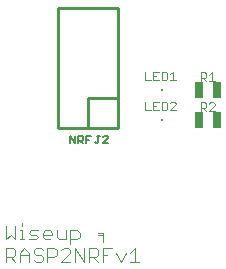
<source format=gto>
G75*
%MOIN*%
%OFA0B0*%
%FSLAX24Y24*%
%IPPOS*%
%LPD*%
%AMOC8*
5,1,8,0,0,1.08239X$1,22.5*
%
%ADD10C,0.0040*%
%ADD11R,0.0079X0.0079*%
%ADD12C,0.0020*%
%ADD13C,0.0100*%
%ADD14C,0.0050*%
%ADD15R,0.0256X0.0551*%
D10*
X001450Y001450D02*
X001450Y001910D01*
X001680Y001910D01*
X001757Y001834D01*
X001757Y001680D01*
X001680Y001603D01*
X001450Y001603D01*
X001603Y001603D02*
X001757Y001450D01*
X001910Y001450D02*
X001910Y001757D01*
X002064Y001910D01*
X002217Y001757D01*
X002217Y001450D01*
X002217Y001680D02*
X001910Y001680D01*
X002371Y001757D02*
X002448Y001680D01*
X002601Y001680D01*
X002678Y001603D01*
X002678Y001527D01*
X002601Y001450D01*
X002448Y001450D01*
X002371Y001527D01*
X002371Y001757D02*
X002371Y001834D01*
X002448Y001910D01*
X002601Y001910D01*
X002678Y001834D01*
X002831Y001910D02*
X003061Y001910D01*
X003138Y001834D01*
X003138Y001680D01*
X003061Y001603D01*
X002831Y001603D01*
X002831Y001450D02*
X002831Y001910D01*
X002754Y002200D02*
X002678Y002277D01*
X002678Y002430D01*
X002754Y002507D01*
X002908Y002507D01*
X002985Y002430D01*
X002985Y002353D01*
X002678Y002353D01*
X002754Y002200D02*
X002908Y002200D01*
X003138Y002277D02*
X003215Y002200D01*
X003445Y002200D01*
X003445Y002507D01*
X003598Y002507D02*
X003829Y002507D01*
X003905Y002430D01*
X003905Y002277D01*
X003829Y002200D01*
X003598Y002200D01*
X003598Y002047D02*
X003598Y002507D01*
X003138Y002507D02*
X003138Y002277D01*
X003368Y001910D02*
X003292Y001834D01*
X003368Y001910D02*
X003522Y001910D01*
X003598Y001834D01*
X003598Y001757D01*
X003292Y001450D01*
X003598Y001450D01*
X003752Y001450D02*
X003752Y001910D01*
X004059Y001450D01*
X004059Y001910D01*
X004212Y001910D02*
X004443Y001910D01*
X004519Y001834D01*
X004519Y001680D01*
X004443Y001603D01*
X004212Y001603D01*
X004212Y001450D02*
X004212Y001910D01*
X004366Y001603D02*
X004519Y001450D01*
X004673Y001450D02*
X004673Y001910D01*
X004980Y001910D01*
X005133Y001757D02*
X005287Y001450D01*
X005440Y001757D01*
X005594Y001757D02*
X005747Y001910D01*
X005747Y001450D01*
X005594Y001450D02*
X005900Y001450D01*
X004826Y001680D02*
X004673Y001680D01*
X004673Y002123D02*
X004673Y002430D01*
X004519Y002430D01*
X004519Y002353D02*
X004673Y002353D01*
X002524Y002277D02*
X002448Y002353D01*
X002294Y002353D01*
X002217Y002430D01*
X002294Y002507D01*
X002524Y002507D01*
X002524Y002277D02*
X002448Y002200D01*
X002217Y002200D01*
X002064Y002200D02*
X001910Y002200D01*
X001987Y002200D02*
X001987Y002507D01*
X001910Y002507D01*
X001987Y002660D02*
X001987Y002737D01*
X001757Y002660D02*
X001757Y002200D01*
X001603Y002353D01*
X001450Y002200D01*
X001450Y002660D01*
D11*
X006641Y006180D03*
X006641Y007180D03*
D12*
X006638Y006795D02*
X006778Y006795D01*
X006824Y006749D01*
X006824Y006562D01*
X006778Y006515D01*
X006638Y006515D01*
X006638Y006795D01*
X006548Y006795D02*
X006361Y006795D01*
X006361Y006515D01*
X006548Y006515D01*
X006455Y006655D02*
X006361Y006655D01*
X006272Y006515D02*
X006085Y006515D01*
X006085Y006795D01*
X006085Y007515D02*
X006272Y007515D01*
X006361Y007515D02*
X006361Y007795D01*
X006548Y007795D01*
X006638Y007795D02*
X006638Y007515D01*
X006778Y007515D01*
X006824Y007562D01*
X006824Y007749D01*
X006778Y007795D01*
X006638Y007795D01*
X006455Y007655D02*
X006361Y007655D01*
X006361Y007515D02*
X006548Y007515D01*
X006914Y007515D02*
X007101Y007515D01*
X007007Y007515D02*
X007007Y007795D01*
X006914Y007702D01*
X006085Y007795D02*
X006085Y007515D01*
X006914Y006749D02*
X006960Y006795D01*
X007054Y006795D01*
X007101Y006749D01*
X007101Y006702D01*
X006914Y006515D01*
X007101Y006515D01*
X007938Y006490D02*
X007938Y006770D01*
X008078Y006770D01*
X008124Y006724D01*
X008124Y006630D01*
X008078Y006583D01*
X007938Y006583D01*
X008031Y006583D02*
X008124Y006490D01*
X008214Y006490D02*
X008401Y006677D01*
X008401Y006724D01*
X008354Y006770D01*
X008260Y006770D01*
X008214Y006724D01*
X008214Y006490D02*
X008401Y006490D01*
X008401Y007490D02*
X008214Y007490D01*
X008124Y007490D02*
X008031Y007583D01*
X008078Y007583D02*
X007938Y007583D01*
X007938Y007490D02*
X007938Y007770D01*
X008078Y007770D01*
X008124Y007724D01*
X008124Y007630D01*
X008078Y007583D01*
X008214Y007677D02*
X008307Y007770D01*
X008307Y007490D01*
D13*
X005180Y006930D02*
X005180Y005930D01*
X004180Y005930D01*
X004180Y006930D01*
X005180Y006930D01*
X005180Y009930D01*
X003180Y009930D01*
X003180Y005930D01*
X004180Y005930D01*
D14*
X004126Y005655D02*
X004293Y005655D01*
X004210Y005530D02*
X004126Y005530D01*
X004017Y005530D02*
X003975Y005488D01*
X003850Y005488D01*
X003850Y005405D02*
X003850Y005655D01*
X003975Y005655D01*
X004017Y005614D01*
X004017Y005530D01*
X003933Y005488D02*
X004017Y005405D01*
X004126Y005405D02*
X004126Y005655D01*
X004403Y005447D02*
X004444Y005405D01*
X004486Y005405D01*
X004528Y005447D01*
X004528Y005655D01*
X004569Y005655D02*
X004486Y005655D01*
X004679Y005614D02*
X004720Y005655D01*
X004804Y005655D01*
X004846Y005614D01*
X004846Y005572D01*
X004679Y005405D01*
X004846Y005405D01*
X003741Y005405D02*
X003741Y005655D01*
X003574Y005655D02*
X003741Y005405D01*
X003574Y005405D02*
X003574Y005655D01*
D15*
X007892Y006179D03*
X008472Y006179D03*
X008472Y007179D03*
X007892Y007179D03*
M02*

</source>
